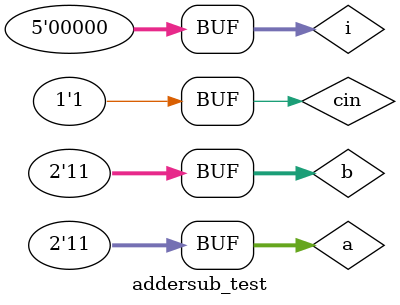
<source format=sv>

   
 `timescale 1ns / 1ps

module addersub_test();
    reg cin;
    reg [1:0] a, b;
    reg [4:0] i;
    wire [1:0] sum;
    wire cout;
    
    addersub AS(.a(a), .b(b), .cin(cin), .sum(sum), .cout(cout));
    
    
    initial 
        begin
            for(i=0; i <= 8'hff; i = i+1)
                begin
                    a[1:0] = i [4:3];
                    b[1:0] = i [2:1];
                    cin = i[0];
                    #20;
                end
         end
    endmodule
    
   
</source>
